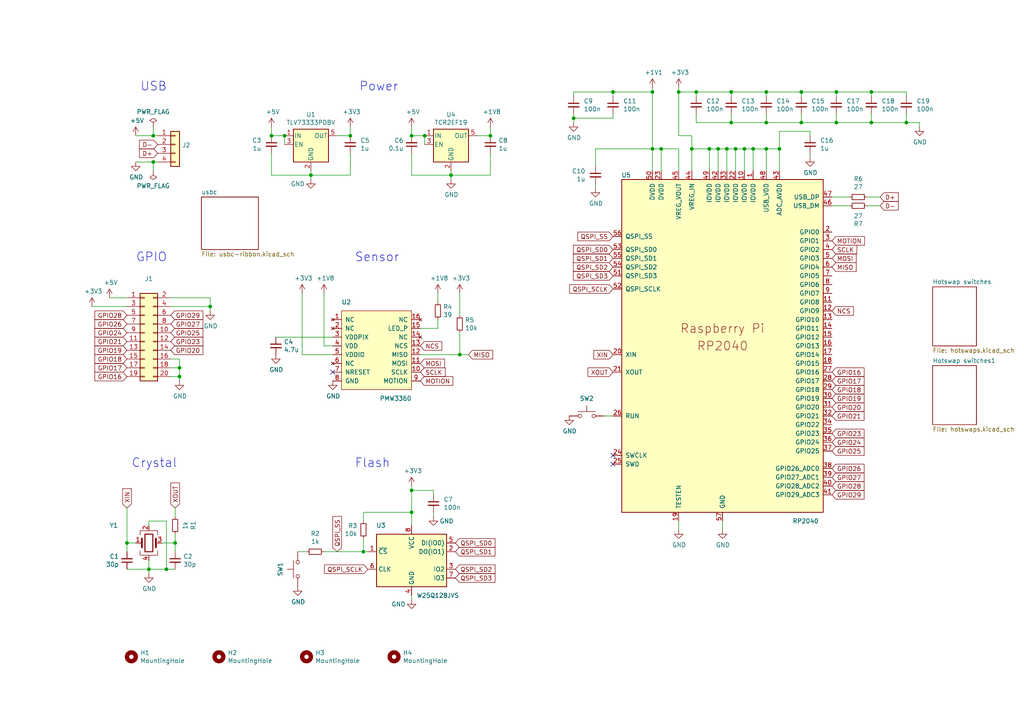
<source format=kicad_sch>
(kicad_sch (version 20230121) (generator eeschema)
  (paper "A4")
  (lib_symbols
    (symbol "Connector_Generic:Conn_01x04" (pin_names (offset 1.016) hide)
      (property "Reference" "J" (at 0 5.08 0))
      (property "Value" "Conn_01x04" (at 0 -7.62 0))
      (symbol "Conn_01x04_1_1"
        (rectangle (start -1.27 -4.953) (end 0 -5.207) (stroke (width 0.1524)))
        (rectangle (start -1.27 -2.413) (end 0 -2.667) (stroke (width 0.1524)))
        (rectangle (start -1.27 0.127) (end 0 -0.127) (stroke (width 0.1524)))
        (rectangle (start -1.27 2.667) (end 0 2.413) (stroke (width 0.1524)))
        (rectangle (start -1.27 3.81) (end 1.27 -6.35) (stroke (width 0.254)) (fill (type background)))
        (pin passive line (at -5.08 2.54 0) (length 3.81) (name "Pin_1") (number "1"))
        (pin passive line (at -5.08 0 0) (length 3.81) (name "Pin_2") (number "2"))
        (pin passive line (at -5.08 -2.54 0) (length 3.81) (name "Pin_3") (number "3"))
        (pin passive line (at -5.08 -5.08 0) (length 3.81) (name "Pin_4") (number "4"))
      )
    )
    (symbol "Connector_Generic:Conn_02x10_Odd_Even" (pin_names (offset 1.016) hide)
      (property "Reference" "J" (at 1.27 12.7 0))
      (property "Value" "Conn_02x10_Odd_Even" (at 1.27 -15.24 0))
      (symbol "Conn_02x10_Odd_Even_1_1"
        (rectangle (start -1.27 -12.573) (end 0 -12.827) (stroke (width 0.1524)))
        (rectangle (start -1.27 -10.033) (end 0 -10.287) (stroke (width 0.1524)))
        (rectangle (start -1.27 -7.493) (end 0 -7.747) (stroke (width 0.1524)))
        (rectangle (start -1.27 -4.953) (end 0 -5.207) (stroke (width 0.1524)))
        (rectangle (start -1.27 -2.413) (end 0 -2.667) (stroke (width 0.1524)))
        (rectangle (start -1.27 0.127) (end 0 -0.127) (stroke (width 0.1524)))
        (rectangle (start -1.27 2.667) (end 0 2.413) (stroke (width 0.1524)))
        (rectangle (start -1.27 5.207) (end 0 4.953) (stroke (width 0.1524)))
        (rectangle (start -1.27 7.747) (end 0 7.493) (stroke (width 0.1524)))
        (rectangle (start -1.27 10.287) (end 0 10.033) (stroke (width 0.1524)))
        (rectangle (start -1.27 11.43) (end 3.81 -13.97) (stroke (width 0.254)) (fill (type background)))
        (rectangle (start 3.81 -12.573) (end 2.54 -12.827) (stroke (width 0.1524)))
        (rectangle (start 3.81 -10.033) (end 2.54 -10.287) (stroke (width 0.1524)))
        (rectangle (start 3.81 -7.493) (end 2.54 -7.747) (stroke (width 0.1524)))
        (rectangle (start 3.81 -4.953) (end 2.54 -5.207) (stroke (width 0.1524)))
        (rectangle (start 3.81 -2.413) (end 2.54 -2.667) (stroke (width 0.1524)))
        (rectangle (start 3.81 0.127) (end 2.54 -0.127) (stroke (width 0.1524)))
        (rectangle (start 3.81 2.667) (end 2.54 2.413) (stroke (width 0.1524)))
        (rectangle (start 3.81 5.207) (end 2.54 4.953) (stroke (width 0.1524)))
        (rectangle (start 3.81 7.747) (end 2.54 7.493) (stroke (width 0.1524)))
        (rectangle (start 3.81 10.287) (end 2.54 10.033) (stroke (width 0.1524)))
        (pin passive line (at -5.08 10.16 0) (length 3.81) (name "Pin_1") (number "1"))
        (pin passive line (at 7.62 0 180) (length 3.81) (name "Pin_10") (number "10"))
        (pin passive line (at -5.08 -2.54 0) (length 3.81) (name "Pin_11") (number "11"))
        (pin passive line (at 7.62 -2.54 180) (length 3.81) (name "Pin_12") (number "12"))
        (pin passive line (at -5.08 -5.08 0) (length 3.81) (name "Pin_13") (number "13"))
        (pin passive line (at 7.62 -5.08 180) (length 3.81) (name "Pin_14") (number "14"))
        (pin passive line (at -5.08 -7.62 0) (length 3.81) (name "Pin_15") (number "15"))
        (pin passive line (at 7.62 -7.62 180) (length 3.81) (name "Pin_16") (number "16"))
        (pin passive line (at -5.08 -10.16 0) (length 3.81) (name "Pin_17") (number "17"))
        (pin passive line (at 7.62 -10.16 180) (length 3.81) (name "Pin_18") (number "18"))
        (pin passive line (at -5.08 -12.7 0) (length 3.81) (name "Pin_19") (number "19"))
        (pin passive line (at 7.62 10.16 180) (length 3.81) (name "Pin_2") (number "2"))
        (pin passive line (at 7.62 -12.7 180) (length 3.81) (name "Pin_20") (number "20"))
        (pin passive line (at -5.08 7.62 0) (length 3.81) (name "Pin_3") (number "3"))
        (pin passive line (at 7.62 7.62 180) (length 3.81) (name "Pin_4") (number "4"))
        (pin passive line (at -5.08 5.08 0) (length 3.81) (name "Pin_5") (number "5"))
        (pin passive line (at 7.62 5.08 180) (length 3.81) (name "Pin_6") (number "6"))
        (pin passive line (at -5.08 2.54 0) (length 3.81) (name "Pin_7") (number "7"))
        (pin passive line (at 7.62 2.54 180) (length 3.81) (name "Pin_8") (number "8"))
        (pin passive line (at -5.08 0 0) (length 3.81) (name "Pin_9") (number "9"))
      )
    )
    (symbol "Device:C_Small" (pin_numbers hide) (pin_names (offset 0.254) hide)
      (property "Reference" "C" (at 0.254 1.778 0))
      (property "Value" "C_Small" (at 0.254 -2.032 0))
      (symbol "C_Small_0_1"
        (polyline (pts (xy -1.524 -0.508) (xy 1.524 -0.508)) (stroke (width 0.3302)))
        (polyline (pts (xy -1.524 0.508) (xy 1.524 0.508)) (stroke (width 0.3048)))
      )
      (symbol "C_Small_1_1"
        (pin passive line (at 0 2.54 270) (length 2.032) (name "~") (number "1"))
        (pin passive line (at 0 -2.54 90) (length 2.032) (name "~") (number "2"))
      )
    )
    (symbol "Device:Crystal_GND24" (pin_names (offset 1.016) hide)
      (property "Reference" "Y" (at 3.175 5.08 0))
      (property "Value" "Crystal_GND24" (at 3.175 3.175 0))
      (symbol "Crystal_GND24_0_1"
        (rectangle (start -1.143 2.54) (end 1.143 -2.54) (stroke (width 0.3048)))
        (polyline (pts (xy -2.54 0) (xy -2.032 0)))
        (polyline (pts (xy -2.032 -1.27) (xy -2.032 1.27)) (stroke (width 0.508)))
        (polyline (pts (xy 0 -3.81) (xy 0 -3.556)))
        (polyline (pts (xy 0 3.556) (xy 0 3.81)))
        (polyline (pts (xy 2.032 -1.27) (xy 2.032 1.27)) (stroke (width 0.508)))
        (polyline (pts (xy 2.032 0) (xy 2.54 0)))
        (polyline (pts (xy -2.54 -2.286) (xy -2.54 -3.556) (xy 2.54 -3.556) (xy 2.54 -2.286)))
        (polyline (pts (xy -2.54 2.286) (xy -2.54 3.556) (xy 2.54 3.556) (xy 2.54 2.286)))
      )
      (symbol "Crystal_GND24_1_1"
        (pin passive line (at -3.81 0 0) (length 1.27) (name "1") (number "1"))
        (pin passive line (at 0 5.08 270) (length 1.27) (name "2") (number "2"))
        (pin passive line (at 3.81 0 180) (length 1.27) (name "3") (number "3"))
        (pin passive line (at 0 -5.08 90) (length 1.27) (name "4") (number "4"))
      )
    )
    (symbol "Device:R_Small" (pin_numbers hide) (pin_names (offset 0.254) hide)
      (property "Reference" "R" (at 0.762 0.508 0))
      (property "Value" "R_Small" (at 0.762 -1.016 0))
      (symbol "R_Small_0_1"
        (rectangle (start -0.762 1.778) (end 0.762 -1.778) (stroke (width 0.2032)))
      )
      (symbol "R_Small_1_1"
        (pin passive line (at 0 2.54 270) (length 0.762) (name "~") (number "1"))
        (pin passive line (at 0 -2.54 90) (length 0.762) (name "~") (number "2"))
      )
    )
    (symbol "PMW3360:PMW3360" (pin_names (offset 1.016))
      (property "Reference" "U" (at -10.16 15.24 0))
      (property "Value" "PMW3360" (at 10.16 -12.7 0))
      (symbol "PMW3360_0_0"
        (pin no_connect line (at -12.7 10.16 0) (length 2.54) (name "NC") (number "1"))
        (pin unspecified line (at 12.7 -5.08 180) (length 2.54) (name "SCLK") (number "10"))
        (pin unspecified line (at 12.7 -2.54 180) (length 2.54) (name "MOSI") (number "11"))
        (pin unspecified line (at 12.7 0 180) (length 2.54) (name "MISO") (number "12"))
        (pin unspecified line (at 12.7 2.54 180) (length 2.54) (name "NCS") (number "13"))
        (pin no_connect line (at 12.7 5.08 180) (length 2.54) (name "NC") (number "14"))
        (pin unspecified line (at 12.7 7.62 180) (length 2.54) (name "LED_P") (number "15"))
        (pin no_connect line (at 12.7 10.16 180) (length 2.54) (name "NC") (number "16"))
        (pin no_connect line (at -12.7 7.62 0) (length 2.54) (name "NC") (number "2"))
        (pin unspecified line (at -12.7 5.08 0) (length 2.54) (name "VDDPIX") (number "3"))
        (pin unspecified line (at -12.7 2.54 0) (length 2.54) (name "VDD") (number "4"))
        (pin unspecified line (at -12.7 0 0) (length 2.54) (name "VDDIO") (number "5"))
        (pin no_connect line (at -12.7 -2.54 0) (length 2.54) (name "NC") (number "6"))
        (pin unspecified line (at -12.7 -5.08 0) (length 2.54) (name "NRESET") (number "7"))
        (pin unspecified line (at -12.7 -7.62 0) (length 2.54) (name "GND") (number "8"))
        (pin unspecified line (at 12.7 -7.62 180) (length 2.54) (name "MOTION") (number "9"))
      )
      (symbol "PMW3360_0_1"
        (rectangle (start -10.16 12.7) (end 10.16 -10.16) (fill (type background)))
      )
    )
    (symbol "RP2040:RP2040" (pin_names (offset 1.016))
      (property "Reference" "U" (at -29.21 49.53 0))
      (property "Value" "RP2040" (at 24.13 -49.53 0))
      (symbol "RP2040_0_0"
        (text "Raspberry Pi" (at 0 5.08 0) (effects (font (size 2.54 2.54))))
        (text "RP2040" (at 0 0 0) (effects (font (size 2.54 2.54))))
      )
      (symbol "RP2040_0_1"
        (rectangle (start 29.21 48.26) (end -29.21 -48.26) (stroke (width 0.254)) (fill (type background)))
      )
      (symbol "RP2040_1_1"
        (pin power_in line (at 8.89 50.8 270) (length 2.54) (name "IOVDD") (number "1"))
        (pin power_in line (at 6.35 50.8 270) (length 2.54) (name "IOVDD") (number "10"))
        (pin bidirectional line (at 31.75 12.7 180) (length 2.54) (name "GPIO8") (number "11"))
        (pin bidirectional line (at 31.75 10.16 180) (length 2.54) (name "GPIO9") (number "12"))
        (pin bidirectional line (at 31.75 7.62 180) (length 2.54) (name "GPIO10") (number "13"))
        (pin bidirectional line (at 31.75 5.08 180) (length 2.54) (name "GPIO11") (number "14"))
        (pin bidirectional line (at 31.75 2.54 180) (length 2.54) (name "GPIO12") (number "15"))
        (pin bidirectional line (at 31.75 0 180) (length 2.54) (name "GPIO13") (number "16"))
        (pin bidirectional line (at 31.75 -2.54 180) (length 2.54) (name "GPIO14") (number "17"))
        (pin bidirectional line (at 31.75 -5.08 180) (length 2.54) (name "GPIO15") (number "18"))
        (pin passive line (at -12.7 -50.8 90) (length 2.54) (name "TESTEN") (number "19"))
        (pin bidirectional line (at 31.75 33.02 180) (length 2.54) (name "GPIO0") (number "2"))
        (pin input line (at -31.75 -2.54 0) (length 2.54) (name "XIN") (number "20"))
        (pin passive line (at -31.75 -7.62 0) (length 2.54) (name "XOUT") (number "21"))
        (pin power_in line (at 3.81 50.8 270) (length 2.54) (name "IOVDD") (number "22"))
        (pin power_in line (at -17.78 50.8 270) (length 2.54) (name "DVDD") (number "23"))
        (pin output line (at -31.75 -31.75 0) (length 2.54) (name "SWCLK") (number "24"))
        (pin bidirectional line (at -31.75 -34.29 0) (length 2.54) (name "SWD") (number "25"))
        (pin input line (at -31.75 -20.32 0) (length 2.54) (name "RUN") (number "26"))
        (pin bidirectional line (at 31.75 -7.62 180) (length 2.54) (name "GPIO16") (number "27"))
        (pin bidirectional line (at 31.75 -10.16 180) (length 2.54) (name "GPIO17") (number "28"))
        (pin bidirectional line (at 31.75 -12.7 180) (length 2.54) (name "GPIO18") (number "29"))
        (pin bidirectional line (at 31.75 30.48 180) (length 2.54) (name "GPIO1") (number "3"))
        (pin bidirectional line (at 31.75 -15.24 180) (length 2.54) (name "GPIO19") (number "30"))
        (pin bidirectional line (at 31.75 -17.78 180) (length 2.54) (name "GPIO20") (number "31"))
        (pin bidirectional line (at 31.75 -20.32 180) (length 2.54) (name "GPIO21") (number "32"))
        (pin power_in line (at 1.27 50.8 270) (length 2.54) (name "IOVDD") (number "33"))
        (pin bidirectional line (at 31.75 -22.86 180) (length 2.54) (name "GPIO22") (number "34"))
        (pin bidirectional line (at 31.75 -25.4 180) (length 2.54) (name "GPIO23") (number "35"))
        (pin bidirectional line (at 31.75 -27.94 180) (length 2.54) (name "GPIO24") (number "36"))
        (pin bidirectional line (at 31.75 -30.48 180) (length 2.54) (name "GPIO25") (number "37"))
        (pin bidirectional line (at 31.75 -35.56 180) (length 2.54) (name "GPIO26_ADC0") (number "38"))
        (pin bidirectional line (at 31.75 -38.1 180) (length 2.54) (name "GPIO27_ADC1") (number "39"))
        (pin bidirectional line (at 31.75 27.94 180) (length 2.54) (name "GPIO2") (number "4"))
        (pin bidirectional line (at 31.75 -40.64 180) (length 2.54) (name "GPIO28_ADC2") (number "40"))
        (pin bidirectional line (at 31.75 -43.18 180) (length 2.54) (name "GPIO29_ADC3") (number "41"))
        (pin power_in line (at -1.27 50.8 270) (length 2.54) (name "IOVDD") (number "42"))
        (pin power_in line (at 16.51 50.8 270) (length 2.54) (name "ADC_AVDD") (number "43"))
        (pin power_in line (at -8.89 50.8 270) (length 2.54) (name "VREG_IN") (number "44"))
        (pin power_out line (at -12.7 50.8 270) (length 2.54) (name "VREG_VOUT") (number "45"))
        (pin bidirectional line (at 31.75 40.64 180) (length 2.54) (name "USB_DM") (number "46"))
        (pin bidirectional line (at 31.75 43.18 180) (length 2.54) (name "USB_DP") (number "47"))
        (pin power_in line (at 12.7 50.8 270) (length 2.54) (name "USB_VDD") (number "48"))
        (pin power_in line (at -3.81 50.8 270) (length 2.54) (name "IOVDD") (number "49"))
        (pin bidirectional line (at 31.75 25.4 180) (length 2.54) (name "GPIO3") (number "5"))
        (pin power_in line (at -20.32 50.8 270) (length 2.54) (name "DVDD") (number "50"))
        (pin bidirectional line (at -31.75 20.32 0) (length 2.54) (name "QSPI_SD3") (number "51"))
        (pin output line (at -31.75 16.51 0) (length 2.54) (name "QSPI_SCLK") (number "52"))
        (pin bidirectional line (at -31.75 27.94 0) (length 2.54) (name "QSPI_SD0") (number "53"))
        (pin bidirectional line (at -31.75 22.86 0) (length 2.54) (name "QSPI_SD2") (number "54"))
        (pin bidirectional line (at -31.75 25.4 0) (length 2.54) (name "QSPI_SD1") (number "55"))
        (pin bidirectional line (at -31.75 31.75 0) (length 2.54) (name "QSPI_SS") (number "56"))
        (pin power_in line (at 0 -50.8 90) (length 2.54) (name "GND") (number "57"))
        (pin bidirectional line (at 31.75 22.86 180) (length 2.54) (name "GPIO4") (number "6"))
        (pin bidirectional line (at 31.75 20.32 180) (length 2.54) (name "GPIO5") (number "7"))
        (pin bidirectional line (at 31.75 17.78 180) (length 2.54) (name "GPIO6") (number "8"))
        (pin bidirectional line (at 31.75 15.24 180) (length 2.54) (name "GPIO7") (number "9"))
      )
    )
    (symbol "Regulator_Linear:TLV70218_SOT23-5" (pin_names (offset 0.254))
      (property "Reference" "U" (at -3.81 5.715 0))
      (property "Value" "TLV70218_SOT23-5" (at 0 5.715 0))
      (symbol "TLV70218_SOT23-5_0_1"
        (rectangle (start -5.08 4.445) (end 5.08 -5.08) (stroke (width 0.254)) (fill (type background)))
      )
      (symbol "TLV70218_SOT23-5_1_1"
        (pin power_in line (at -7.62 2.54 0) (length 2.54) (name "IN") (number "1"))
        (pin power_in line (at 0 -7.62 90) (length 2.54) (name "GND") (number "2"))
        (pin input line (at -7.62 0 0) (length 2.54) (name "EN") (number "3"))
        (pin no_connect line (at 5.08 0 180) (length 2.54) hide (name "NC") (number "4"))
        (pin power_out line (at 7.62 2.54 180) (length 2.54) (name "OUT") (number "5"))
      )
    )
    (symbol "Regulator_Linear:TLV73333PDBV" (pin_names (offset 0.254))
      (property "Reference" "U" (at -3.81 5.715 0))
      (property "Value" "TLV73333PDBV" (at 0 5.715 0))
      (symbol "TLV73333PDBV_0_1"
        (rectangle (start -5.08 4.445) (end 5.08 -5.08) (stroke (width 0.254)) (fill (type background)))
      )
      (symbol "TLV73333PDBV_1_1"
        (pin power_in line (at -7.62 2.54 0) (length 2.54) (name "IN") (number "1"))
        (pin power_in line (at 0 -7.62 90) (length 2.54) (name "GND") (number "2"))
        (pin input line (at -7.62 0 0) (length 2.54) (name "EN") (number "3"))
        (pin no_connect line (at 5.08 0 180) (length 2.54) hide (name "NC") (number "4"))
        (pin power_out line (at 7.62 2.54 180) (length 2.54) (name "OUT") (number "5"))
      )
    )
    (symbol "Trackball-rescue:+1V1-power" (power) (pin_names (offset 0))
      (property "Value" "+1V1-power" (at 0 3.556 0))
      (symbol "+1V1-power_0_1"
        (polyline (pts (xy -0.762 1.27) (xy 0 2.54)))
        (polyline (pts (xy 0 0) (xy 0 2.54)))
        (polyline (pts (xy 0 2.54) (xy 0.762 1.27)))
      )
      (symbol "+1V1-power_1_1"
        (pin power_in line (at 0 0 90) (length 0) hide (name "+1V1") (number "1"))
      )
    )
    (symbol "Trackball-rescue:+1V8-power" (power) (pin_names (offset 0))
      (property "Value" "+1V8-power" (at 0 3.556 0))
      (symbol "+1V8-power_0_1"
        (polyline (pts (xy -0.762 1.27) (xy 0 2.54)))
        (polyline (pts (xy 0 0) (xy 0 2.54)))
        (polyline (pts (xy 0 2.54) (xy 0.762 1.27)))
      )
      (symbol "+1V8-power_1_1"
        (pin power_in line (at 0 0 90) (length 0) hide (name "+1V8") (number "1"))
      )
    )
    (symbol "Trackball-rescue:+3V3-power" (power) (pin_names (offset 0))
      (property "Value" "+3V3-power" (at 0 3.556 0))
      (symbol "+3V3-power_0_1"
        (polyline (pts (xy -0.762 1.27) (xy 0 2.54)))
        (polyline (pts (xy 0 0) (xy 0 2.54)))
        (polyline (pts (xy 0 2.54) (xy 0.762 1.27)))
      )
      (symbol "+3V3-power_1_1"
        (pin power_in line (at 0 0 90) (length 0) hide (name "+3V3") (number "1"))
      )
    )
    (symbol "Trackball-rescue:+5V-power" (power) (pin_names (offset 0))
      (property "Value" "+5V-power" (at 0 3.556 0))
      (symbol "+5V-power_0_1"
        (polyline (pts (xy -0.762 1.27) (xy 0 2.54)))
        (polyline (pts (xy 0 0) (xy 0 2.54)))
        (polyline (pts (xy 0 2.54) (xy 0.762 1.27)))
      )
      (symbol "+5V-power_1_1"
        (pin power_in line (at 0 0 90) (length 0) hide (name "+5V") (number "1"))
      )
    )
    (symbol "Trackball-rescue:GND-power" (power) (pin_names (offset 0))
      (property "Value" "GND-power" (at 0 -3.81 0))
      (symbol "GND-power_0_1"
        (polyline (pts (xy 0 0) (xy 0 -1.27) (xy 1.27 -1.27) (xy 0 -2.54) (xy -1.27 -1.27) (xy 0 -1.27)))
      )
      (symbol "GND-power_1_1"
        (pin power_in line (at 0 0 270) (length 0) hide (name "GND") (number "1"))
      )
    )
    (symbol "Trackball-rescue:MountingHole-Mechanical" (pin_names (offset 1.016))
      (property "Reference" "H" (at 0 5.08 0))
      (property "Value" "Mechanical_MountingHole" (at 0 3.175 0))
      (symbol "MountingHole-Mechanical_0_1"
        (circle (center 0 0) (radius 1.27) (stroke (width 1.27)))
      )
    )
    (symbol "Trackball-rescue:PWR_FLAG-power" (power) (pin_numbers hide) (pin_names (offset 0) hide)
      (property "Value" "PWR_FLAG-power" (at 0 3.81 0))
      (symbol "PWR_FLAG-power_0_0"
        (pin power_out line (at 0 0 90) (length 0) (name "pwr") (number "1"))
      )
      (symbol "PWR_FLAG-power_0_1"
        (polyline (pts (xy 0 0) (xy 0 1.27) (xy -1.016 1.905) (xy 0 2.54) (xy 1.016 1.905) (xy 0 1.27)))
      )
    )
    (symbol "Trackball-rescue:SW_Push-Switch" (pin_numbers hide) (pin_names (offset 1.016) hide)
      (property "Reference" "SW" (at 1.27 2.54 0))
      (property "Value" "Switch_SW_Push" (at 0 -1.524 0))
      (symbol "SW_Push-Switch_0_1"
        (circle (center -2.032 0) (radius 0.508))
        (polyline (pts (xy 0 1.27) (xy 0 3.048)))
        (polyline (pts (xy 2.54 1.27) (xy -2.54 1.27)))
        (circle (center 2.032 0) (radius 0.508))
        (pin passive line (at -5.08 0 0) (length 2.54) (name "1") (number "1"))
        (pin passive line (at 5.08 0 180) (length 2.54) (name "2") (number "2"))
      )
    )
    (symbol "Trackball-rescue:W25Q128JVS-Memory_Flash"
      (property "Reference" "U" (at -8.89 8.89 0))
      (property "Value" "Memory_Flash_W25Q128JVS" (at 7.62 8.89 0))
      (symbol "W25Q128JVS-Memory_Flash_0_1"
        (rectangle (start -10.16 7.62) (end 10.16 -7.62) (stroke (width 0.254)) (fill (type background)))
      )
      (symbol "W25Q128JVS-Memory_Flash_1_1"
        (pin input line (at -12.7 2.54 0) (length 2.54) (name "~{CS}") (number "1"))
        (pin bidirectional line (at 12.7 2.54 180) (length 2.54) (name "DO(IO1)") (number "2"))
        (pin bidirectional line (at 12.7 -2.54 180) (length 2.54) (name "IO2") (number "3"))
        (pin power_in line (at 0 -10.16 90) (length 2.54) (name "GND") (number "4"))
        (pin bidirectional line (at 12.7 5.08 180) (length 2.54) (name "DI(IO0)") (number "5"))
        (pin input line (at -12.7 -2.54 0) (length 2.54) (name "CLK") (number "6"))
        (pin bidirectional line (at 12.7 -5.08 180) (length 2.54) (name "IO3") (number "7"))
        (pin power_in line (at 0 10.16 270) (length 2.54) (name "VCC") (number "8"))
      )
    )
  )
  (junction (at 142.24 39.37))
  (junction (at 48.26 165.1))
  (junction (at 213.36 43.18))
  (junction (at 191.77 43.18))
  (junction (at 44.45 46.99))
  (junction (at 210.82 43.18))
  (junction (at 232.41 26.67))
  (junction (at 90.17 50.8))
  (junction (at 226.06 43.18))
  (junction (at 252.73 35.56))
  (junction (at 36.83 157.48))
  (junction (at 200.66 43.18))
  (junction (at 222.25 35.56))
  (junction (at 252.73 26.67))
  (junction (at 208.28 43.18))
  (junction (at 242.57 26.67))
  (junction (at 222.25 26.67))
  (junction (at 44.45 39.37))
  (junction (at 205.74 43.18))
  (junction (at 215.9 43.18))
  (junction (at 242.57 35.56))
  (junction (at 43.18 165.1))
  (junction (at 50.8 157.48))
  (junction (at 201.93 26.67))
  (junction (at 52.07 106.68))
  (junction (at 196.85 26.67))
  (junction (at 130.81 50.8))
  (junction (at 262.89 35.56))
  (junction (at 82.55 39.37))
  (junction (at 101.6 39.37))
  (junction (at 212.09 35.56))
  (junction (at 218.44 43.18))
  (junction (at 189.23 26.67))
  (junction (at 52.07 109.22))
  (junction (at 212.09 26.67))
  (junction (at 78.74 39.37))
  (junction (at 177.8 26.67))
  (junction (at 119.38 148.59))
  (junction (at 119.38 39.37))
  (junction (at 189.23 43.18))
  (junction (at 105.41 160.02))
  (junction (at 119.38 142.24))
  (junction (at 222.25 43.18))
  (junction (at 232.41 35.56))
  (junction (at 166.37 34.29))
  (junction (at 133.35 102.87))
  (junction (at 60.96 88.9))
  (junction (at 123.19 39.37))
  (no_connect (at 177.8 132.08))
  (no_connect (at 96.52 107.95))
  (no_connect (at 177.8 134.62))
  (wire (pts (xy 196.85 43.18) (xy 196.85 49.53)))
  (wire (pts (xy 36.83 86.36) (xy 31.75 86.36)))
  (wire (pts (xy 212.09 27.94) (xy 212.09 26.67)))
  (wire (pts (xy 105.41 156.21) (xy 105.41 160.02)))
  (wire (pts (xy 36.83 157.48) (xy 36.83 160.02)))
  (wire (pts (xy 44.45 46.99) (xy 45.72 46.99)))
  (wire (pts (xy 39.37 46.99) (xy 44.45 46.99)))
  (wire (pts (xy 96.52 102.87) (xy 87.63 102.87)))
  (wire (pts (xy 130.81 50.8) (xy 130.81 52.07)))
  (wire (pts (xy 50.8 165.1) (xy 48.26 165.1)))
  (wire (pts (xy 205.74 49.53) (xy 205.74 43.18)))
  (wire (pts (xy 48.26 151.13) (xy 48.26 165.1)))
  (wire (pts (xy 262.89 35.56) (xy 266.7 35.56)))
  (wire (pts (xy 86.36 160.02) (xy 88.9 160.02)))
  (wire (pts (xy 166.37 34.29) (xy 177.8 34.29)))
  (wire (pts (xy 43.18 152.4) (xy 43.18 151.13)))
  (wire (pts (xy 209.55 151.13) (xy 209.55 153.67)))
  (wire (pts (xy 93.98 100.33) (xy 93.98 85.09)))
  (wire (pts (xy 36.83 165.1) (xy 43.18 165.1)))
  (wire (pts (xy 46.99 157.48) (xy 50.8 157.48)))
  (wire (pts (xy 189.23 25.4) (xy 189.23 26.67)))
  (wire (pts (xy 119.38 142.24) (xy 125.73 142.24)))
  (wire (pts (xy 36.83 88.9) (xy 26.67 88.9)))
  (wire (pts (xy 105.41 151.13) (xy 105.41 148.59)))
  (wire (pts (xy 87.63 102.87) (xy 87.63 85.09)))
  (wire (pts (xy 52.07 104.14) (xy 52.07 106.68)))
  (wire (pts (xy 105.41 148.59) (xy 119.38 148.59)))
  (wire (pts (xy 43.18 162.56) (xy 43.18 165.1)))
  (wire (pts (xy 127 95.25) (xy 127 92.71)))
  (wire (pts (xy 208.28 43.18) (xy 210.82 43.18)))
  (wire (pts (xy 130.81 49.53) (xy 130.81 50.8)))
  (wire (pts (xy 90.17 50.8) (xy 90.17 52.07)))
  (wire (pts (xy 215.9 49.53) (xy 215.9 43.18)))
  (wire (pts (xy 49.53 86.36) (xy 60.96 86.36)))
  (wire (pts (xy 78.74 39.37) (xy 82.55 39.37)))
  (wire (pts (xy 252.73 33.02) (xy 252.73 35.56)))
  (wire (pts (xy 205.74 43.18) (xy 208.28 43.18)))
  (wire (pts (xy 232.41 26.67) (xy 242.57 26.67)))
  (wire (pts (xy 251.46 57.15) (xy 255.27 57.15)))
  (wire (pts (xy 101.6 36.83) (xy 101.6 39.37)))
  (wire (pts (xy 127 87.63) (xy 127 85.09)))
  (wire (pts (xy 48.26 165.1) (xy 43.18 165.1)))
  (wire (pts (xy 215.9 43.18) (xy 218.44 43.18)))
  (wire (pts (xy 43.18 151.13) (xy 48.26 151.13)))
  (wire (pts (xy 200.66 39.37) (xy 196.85 39.37)))
  (wire (pts (xy 226.06 43.18) (xy 226.06 49.53)))
  (wire (pts (xy 201.93 27.94) (xy 201.93 26.67)))
  (wire (pts (xy 191.77 43.18) (xy 191.77 49.53)))
  (wire (pts (xy 200.66 43.18) (xy 200.66 39.37)))
  (wire (pts (xy 49.53 104.14) (xy 52.07 104.14)))
  (wire (pts (xy 93.98 160.02) (xy 105.41 160.02)))
  (wire (pts (xy 119.38 142.24) (xy 119.38 140.97)))
  (wire (pts (xy 133.35 85.09) (xy 133.35 91.44)))
  (wire (pts (xy 234.95 44.45) (xy 234.95 45.72)))
  (wire (pts (xy 78.74 50.8) (xy 90.17 50.8)))
  (wire (pts (xy 232.41 35.56) (xy 242.57 35.56)))
  (wire (pts (xy 210.82 43.18) (xy 213.36 43.18)))
  (wire (pts (xy 50.8 157.48) (xy 50.8 160.02)))
  (wire (pts (xy 60.96 86.36) (xy 60.96 88.9)))
  (wire (pts (xy 36.83 147.32) (xy 36.83 157.48)))
  (wire (pts (xy 242.57 26.67) (xy 252.73 26.67)))
  (wire (pts (xy 252.73 35.56) (xy 262.89 35.56)))
  (wire (pts (xy 119.38 39.37) (xy 123.19 39.37)))
  (wire (pts (xy 212.09 33.02) (xy 212.09 35.56)))
  (wire (pts (xy 196.85 39.37) (xy 196.85 26.67)))
  (wire (pts (xy 232.41 27.94) (xy 232.41 26.67)))
  (wire (pts (xy 191.77 43.18) (xy 196.85 43.18)))
  (wire (pts (xy 242.57 33.02) (xy 242.57 35.56)))
  (wire (pts (xy 212.09 26.67) (xy 222.25 26.67)))
  (wire (pts (xy 90.17 49.53) (xy 90.17 50.8)))
  (wire (pts (xy 222.25 43.18) (xy 226.06 43.18)))
  (wire (pts (xy 172.72 48.26) (xy 172.72 43.18)))
  (wire (pts (xy 43.18 165.1) (xy 43.18 166.37)))
  (wire (pts (xy 212.09 35.56) (xy 201.93 35.56)))
  (wire (pts (xy 119.38 148.59) (xy 119.38 152.4)))
  (wire (pts (xy 52.07 106.68) (xy 52.07 109.22)))
  (wire (pts (xy 241.3 57.15) (xy 246.38 57.15)))
  (wire (pts (xy 49.53 88.9) (xy 60.96 88.9)))
  (wire (pts (xy 142.24 44.45) (xy 142.24 50.8)))
  (wire (pts (xy 166.37 27.94) (xy 166.37 26.67)))
  (wire (pts (xy 251.46 59.69) (xy 255.27 59.69)))
  (wire (pts (xy 222.25 33.02) (xy 222.25 35.56)))
  (wire (pts (xy 189.23 43.18) (xy 191.77 43.18)))
  (wire (pts (xy 213.36 49.53) (xy 213.36 43.18)))
  (wire (pts (xy 119.38 172.72) (xy 119.38 173.99)))
  (wire (pts (xy 78.74 36.83) (xy 78.74 39.37)))
  (wire (pts (xy 119.38 148.59) (xy 119.38 142.24)))
  (wire (pts (xy 119.38 50.8) (xy 130.81 50.8)))
  (wire (pts (xy 119.38 36.83) (xy 119.38 39.37)))
  (wire (pts (xy 200.66 49.53) (xy 200.66 43.18)))
  (wire (pts (xy 172.72 43.18) (xy 189.23 43.18)))
  (wire (pts (xy 196.85 25.4) (xy 196.85 26.67)))
  (wire (pts (xy 222.25 27.94) (xy 222.25 26.67)))
  (wire (pts (xy 50.8 149.86) (xy 50.8 147.32)))
  (wire (pts (xy 177.8 34.29) (xy 177.8 33.02)))
  (wire (pts (xy 133.35 96.52) (xy 133.35 102.87)))
  (wire (pts (xy 266.7 35.56) (xy 266.7 36.83)))
  (wire (pts (xy 49.53 109.22) (xy 52.07 109.22)))
  (wire (pts (xy 252.73 26.67) (xy 262.89 26.67)))
  (wire (pts (xy 196.85 151.13) (xy 196.85 153.67)))
  (wire (pts (xy 222.25 26.67) (xy 232.41 26.67)))
  (wire (pts (xy 119.38 44.45) (xy 119.38 50.8)))
  (wire (pts (xy 142.24 50.8) (xy 130.81 50.8)))
  (wire (pts (xy 78.74 44.45) (xy 78.74 50.8)))
  (wire (pts (xy 166.37 26.67) (xy 177.8 26.67)))
  (wire (pts (xy 262.89 33.02) (xy 262.89 35.56)))
  (wire (pts (xy 52.07 109.22) (xy 52.07 110.49)))
  (wire (pts (xy 189.23 26.67) (xy 189.23 43.18)))
  (wire (pts (xy 241.3 59.69) (xy 246.38 59.69)))
  (wire (pts (xy 44.45 39.37) (xy 45.72 39.37)))
  (wire (pts (xy 218.44 49.53) (xy 218.44 43.18)))
  (wire (pts (xy 175.26 120.65) (xy 177.8 120.65)))
  (wire (pts (xy 226.06 38.1) (xy 226.06 43.18)))
  (wire (pts (xy 80.01 97.79) (xy 96.52 97.79)))
  (wire (pts (xy 49.53 106.68) (xy 52.07 106.68)))
  (wire (pts (xy 208.28 49.53) (xy 208.28 43.18)))
  (wire (pts (xy 232.41 33.02) (xy 232.41 35.56)))
  (wire (pts (xy 234.95 39.37) (xy 234.95 38.1)))
  (wire (pts (xy 177.8 26.67) (xy 189.23 26.67)))
  (wire (pts (xy 125.73 142.24) (xy 125.73 143.51)))
  (wire (pts (xy 218.44 43.18) (xy 222.25 43.18)))
  (wire (pts (xy 133.35 102.87) (xy 135.89 102.87)))
  (wire (pts (xy 262.89 27.94) (xy 262.89 26.67)))
  (wire (pts (xy 125.73 148.59) (xy 125.73 149.86)))
  (wire (pts (xy 82.55 41.91) (xy 82.55 39.37)))
  (wire (pts (xy 123.19 41.91) (xy 123.19 39.37)))
  (wire (pts (xy 177.8 27.94) (xy 177.8 26.67)))
  (wire (pts (xy 142.24 36.83) (xy 142.24 39.37)))
  (wire (pts (xy 121.92 95.25) (xy 127 95.25)))
  (wire (pts (xy 226.06 38.1) (xy 234.95 38.1)))
  (wire (pts (xy 97.79 39.37) (xy 101.6 39.37)))
  (wire (pts (xy 44.45 49.53) (xy 44.45 46.99)))
  (wire (pts (xy 39.37 157.48) (xy 36.83 157.48)))
  (wire (pts (xy 242.57 35.56) (xy 252.73 35.56)))
  (wire (pts (xy 189.23 43.18) (xy 189.23 49.53)))
  (wire (pts (xy 222.25 35.56) (xy 232.41 35.56)))
  (wire (pts (xy 213.36 43.18) (xy 215.9 43.18)))
  (wire (pts (xy 201.93 33.02) (xy 201.93 35.56)))
  (wire (pts (xy 196.85 26.67) (xy 201.93 26.67)))
  (wire (pts (xy 212.09 35.56) (xy 222.25 35.56)))
  (wire (pts (xy 200.66 43.18) (xy 205.74 43.18)))
  (wire (pts (xy 166.37 34.29) (xy 166.37 35.56)))
  (wire (pts (xy 105.41 160.02) (xy 106.68 160.02)))
  (wire (pts (xy 210.82 49.53) (xy 210.82 43.18)))
  (wire (pts (xy 242.57 27.94) (xy 242.57 26.67)))
  (wire (pts (xy 222.25 49.53) (xy 222.25 43.18)))
  (wire (pts (xy 101.6 44.45) (xy 101.6 50.8)))
  (wire (pts (xy 50.8 157.48) (xy 50.8 154.94)))
  (wire (pts (xy 166.37 33.02) (xy 166.37 34.29)))
  (wire (pts (xy 172.72 53.34) (xy 172.72 54.61)))
  (wire (pts (xy 138.43 39.37) (xy 142.24 39.37)))
  (wire (pts (xy 121.92 102.87) (xy 133.35 102.87)))
  (wire (pts (xy 252.73 27.94) (xy 252.73 26.67)))
  (wire (pts (xy 96.52 100.33) (xy 93.98 100.33)))
  (wire (pts (xy 39.37 39.37) (xy 44.45 39.37)))
  (wire (pts (xy 44.45 36.83) (xy 44.45 39.37)))
  (wire (pts (xy 60.96 88.9) (xy 60.96 90.17)))
  (wire (pts (xy 101.6 50.8) (xy 90.17 50.8)))
  (wire (pts (xy 201.93 26.67) (xy 212.09 26.67)))
  (text "Flash" (at 102.87 135.89 0) (effects (font (size 2.54 2.54)) (justify left bottom)))
  (text "Crystal" (at 38.1 135.89 0) (effects (font (size 2.54 2.54)) (justify left bottom)))
  (text "Power" (at 104.14 26.67 0) (effects (font (size 2.54 2.54)) (justify left bottom)))
  (text "USB" (at 40.64 26.67 0) (effects (font (size 2.54 2.54)) (justify left bottom)))
  (text "Sensor" (at 102.87 76.2 0) (effects (font (size 2.54 2.54)) (justify left bottom)))
  (text "GPIO" (at 39.37 76.2 0) (effects (font (size 2.54 2.54)) (justify left bottom)))
  (global_label "GPIO20" (shape input) (at 49.53 101.6 0) (property "Intersheetrefs" "${INTERSHEET_REFS}" (effects hide)))
  (global_label "GPIO23" (shape input) (at 241.3 125.73 0) (property "Intersheetrefs" "${INTERSHEET_REFS}" (effects hide)))
  (global_label "QSPI_SD2" (shape input) (at 177.8 77.47 180) (property "Intersheetrefs" "${INTERSHEET_REFS}" (effects hide)))
  (global_label "GPIO25" (shape input) (at 49.53 96.52 0) (property "Intersheetrefs" "${INTERSHEET_REFS}" (effects hide)))
  (global_label "GPIO17" (shape input) (at 36.83 106.68 180) (property "Intersheetrefs" "${INTERSHEET_REFS}" (effects hide)))
  (global_label "SCLK" (shape input) (at 241.3 72.39 0) (property "Intersheetrefs" "${INTERSHEET_REFS}" (effects hide)))
  (global_label "MOTION" (shape input) (at 241.3 69.85 0) (property "Intersheetrefs" "${INTERSHEET_REFS}" (effects hide)))
  (global_label "GPIO23" (shape input) (at 49.53 99.06 0) (property "Intersheetrefs" "${INTERSHEET_REFS}" (effects hide)))
  (global_label "SCLK" (shape input) (at 121.92 107.95 0) (property "Intersheetrefs" "${INTERSHEET_REFS}" (effects hide)))
  (global_label "GPIO20" (shape input) (at 241.3 118.11 0) (property "Intersheetrefs" "${INTERSHEET_REFS}" (effects hide)))
  (global_label "GPIO24" (shape input) (at 36.83 96.52 180) (property "Intersheetrefs" "${INTERSHEET_REFS}" (effects hide)))
  (global_label "GPIO19" (shape input) (at 241.3 115.57 0) (property "Intersheetrefs" "${INTERSHEET_REFS}" (effects hide)))
  (global_label "QSPI_SD1" (shape input) (at 177.8 74.93 180) (property "Intersheetrefs" "${INTERSHEET_REFS}" (effects hide)))
  (global_label "XOUT" (shape input) (at 50.8 147.32 90) (property "Intersheetrefs" "${INTERSHEET_REFS}" (effects hide)))
  (global_label "GPIO18" (shape input) (at 241.3 113.03 0) (property "Intersheetrefs" "${INTERSHEET_REFS}" (effects hide)))
  (global_label "QSPI_SS" (shape input) (at 177.8 68.58 180) (property "Intersheetrefs" "${INTERSHEET_REFS}" (effects hide)))
  (global_label "GPIO28" (shape input) (at 36.83 91.44 180) (property "Intersheetrefs" "${INTERSHEET_REFS}" (effects hide)))
  (global_label "NCS" (shape input) (at 241.3 90.17 0) (property "Intersheetrefs" "${INTERSHEET_REFS}" (effects hide)))
  (global_label "XOUT" (shape input) (at 177.8 107.95 180) (property "Intersheetrefs" "${INTERSHEET_REFS}" (effects hide)))
  (global_label "GPIO19" (shape input) (at 36.83 101.6 180) (property "Intersheetrefs" "${INTERSHEET_REFS}" (effects hide)))
  (global_label "QSPI_SCLK" (shape input) (at 106.68 165.1 180) (property "Intersheetrefs" "${INTERSHEET_REFS}" (effects hide)))
  (global_label "GPIO26" (shape input) (at 36.83 93.98 180) (property "Intersheetrefs" "${INTERSHEET_REFS}" (effects hide)))
  (global_label "MOSI" (shape input) (at 241.3 74.93 0) (property "Intersheetrefs" "${INTERSHEET_REFS}" (effects hide)))
  (global_label "MISO" (shape input) (at 241.3 77.47 0) (property "Intersheetrefs" "${INTERSHEET_REFS}" (effects hide)))
  (global_label "QSPI_SD3" (shape input) (at 132.08 167.64 0) (property "Intersheetrefs" "${INTERSHEET_REFS}" (effects hide)))
  (global_label "QSPI_SS" (shape input) (at 97.79 160.02 90) (property "Intersheetrefs" "${INTERSHEET_REFS}" (effects hide)))
  (global_label "GPIO29" (shape input) (at 241.3 143.51 0) (property "Intersheetrefs" "${INTERSHEET_REFS}" (effects hide)))
  (global_label "D-" (shape input) (at 255.27 59.69 0) (property "Intersheetrefs" "${INTERSHEET_REFS}" (effects hide)))
  (global_label "GPIO16" (shape input) (at 36.83 109.22 180) (property "Intersheetrefs" "${INTERSHEET_REFS}" (effects hide)))
  (global_label "GPIO18" (shape input) (at 36.83 104.14 180) (property "Intersheetrefs" "${INTERSHEET_REFS}" (effects hide)))
  (global_label "GPIO17" (shape input) (at 241.3 110.49 0) (property "Intersheetrefs" "${INTERSHEET_REFS}" (effects hide)))
  (global_label "GPIO27" (shape input) (at 49.53 93.98 0) (property "Intersheetrefs" "${INTERSHEET_REFS}" (effects hide)))
  (global_label "NCS" (shape input) (at 121.92 100.33 0) (property "Intersheetrefs" "${INTERSHEET_REFS}" (effects hide)))
  (global_label "GPIO21" (shape input) (at 241.3 120.65 0) (property "Intersheetrefs" "${INTERSHEET_REFS}" (effects hide)))
  (global_label "GPIO21" (shape input) (at 36.83 99.06 180) (property "Intersheetrefs" "${INTERSHEET_REFS}" (effects hide)))
  (global_label "QSPI_SD2" (shape input) (at 132.08 165.1 0) (property "Intersheetrefs" "${INTERSHEET_REFS}" (effects hide)))
  (global_label "D-" (shape input) (at 45.72 41.91 180) (property "Intersheetrefs" "${INTERSHEET_REFS}" (effects hide)))
  (global_label "QSPI_SCLK" (shape input) (at 177.8 83.82 180) (property "Intersheetrefs" "${INTERSHEET_REFS}" (effects hide)))
  (global_label "XIN" (shape input) (at 36.83 147.32 90) (property "Intersheetrefs" "${INTERSHEET_REFS}" (effects hide)))
  (global_label "QSPI_SD0" (shape input) (at 132.08 157.48 0) (property "Intersheetrefs" "${INTERSHEET_REFS}" (effects hide)))
  (global_label "QSPI_SD1" (shape input) (at 132.08 160.02 0) (property "Intersheetrefs" "${INTERSHEET_REFS}" (effects hide)))
  (global_label "GPIO28" (shape input) (at 241.3 140.97 0) (property "Intersheetrefs" "${INTERSHEET_REFS}" (effects hide)))
  (global_label "D+" (shape input) (at 45.72 44.45 180) (property "Intersheetrefs" "${INTERSHEET_REFS}" (effects hide)))
  (global_label "D+" (shape input) (at 255.27 57.15 0) (property "Intersheetrefs" "${INTERSHEET_REFS}" (effects hide)))
  (global_label "GPIO27" (shape input) (at 241.3 138.43 0) (property "Intersheetrefs" "${INTERSHEET_REFS}" (effects hide)))
  (global_label "GPIO26" (shape input) (at 241.3 135.89 0) (property "Intersheetrefs" "${INTERSHEET_REFS}" (effects hide)))
  (global_label "XIN" (shape input) (at 177.8 102.87 180) (property "Intersheetrefs" "${INTERSHEET_REFS}" (effects hide)))
  (global_label "GPIO24" (shape input) (at 241.3 128.27 0) (property "Intersheetrefs" "${INTERSHEET_REFS}" (effects hide)))
  (global_label "QSPI_SD3" (shape input) (at 177.8 80.01 180) (property "Intersheetrefs" "${INTERSHEET_REFS}" (effects hide)))
  (global_label "GPIO25" (shape input) (at 241.3 130.81 0) (property "Intersheetrefs" "${INTERSHEET_REFS}" (effects hide)))
  (global_label "GPIO16" (shape input) (at 241.3 107.95 0) (property "Intersheetrefs" "${INTERSHEET_REFS}" (effects hide)))
  (global_label "MOSI" (shape input) (at 121.92 105.41 0) (property "Intersheetrefs" "${INTERSHEET_REFS}" (effects hide)))
  (global_label "GPIO29" (shape input) (at 49.53 91.44 0) (property "Intersheetrefs" "${INTERSHEET_REFS}" (effects hide)))
  (global_label "MISO" (shape input) (at 135.89 102.87 0) (property "Intersheetrefs" "${INTERSHEET_REFS}" (effects hide)))
  (global_label "MOTION" (shape input) (at 121.92 110.49 0) (property "Intersheetrefs" "${INTERSHEET_REFS}" (effects hide)))
  (global_label "QSPI_SD0" (shape input) (at 177.8 72.39 180) (property "Intersheetrefs" "${INTERSHEET_REFS}" (effects hide)))
  (symbol (lib_id "RP2040:RP2040") (at 209.55 100.33 0) (unit 1)
    (property "Reference" "U5" (at 181.61 50.8 0))
    (property "Value" "RP2040" (at 233.68 151.13 0))
    (property "Footprint" "RP2040:RP2040-QFN-56" (effects hide))
    (property "LCSC" "C2040" (effects hide))
  )
  (symbol (lib_id "Trackball-rescue:W25Q128JVS-Memory_Flash") (at 119.38 162.56 0) (unit 1)
    (property "Reference" "U3" (at 110.49 152.4 0))
    (property "Value" "W25Q128JVS" (at 127 172.72 0))
    (property "Footprint" "Package_SO:SOIC-8_5.23x5.23mm_P1.27mm" (effects hide))
    (property "Datasheet" "http://www.winbond.com/resource-files/w25q128jv_dtr%20revc%2003272018%20plus.pdf" (effects hide))
    (property "LCSC" "C97521" (effects hide))
  )
  (symbol (lib_id "Trackball-rescue:+3V3-power") (at 119.38 140.97 0) (unit 1)
    (property "Reference" "#PWR017" (effects hide))
    (property "Value" "+3V3" (at 119.761 136.5758 0))
  )
  (symbol (lib_id "Trackball-rescue:GND-power") (at 119.38 173.99 0) (unit 1)
    (property "Reference" "#PWR018" (effects hide))
    (property "Value" "GND" (at 115.57 175.26 0))
  )
  (symbol (lib_id "Device:R_Small") (at 105.41 153.67 0) (mirror y) (unit 1)
    (property "Reference" "R3" (at 103.632 152.5016 0) (effects (justify left)))
    (property "Value" "10k" (at 103.632 154.813 0) (effects (justify left)))
    (property "Footprint" "Resistor_SMD:R_0402_1005Metric" (effects hide))
    (property "LCSC" "C25744" (effects hide))
  )
  (symbol (lib_id "Device:R_Small") (at 91.44 160.02 270) (unit 1)
    (property "Reference" "R2" (at 91.44 154.7622 90))
    (property "Value" "1k" (at 91.44 157.0736 90))
    (property "Footprint" "Resistor_SMD:R_0402_1005Metric" (effects hide))
    (property "LCSC" "C11702" (effects hide))
  )
  (symbol (lib_id "Device:C_Small") (at 125.73 146.05 0) (unit 1)
    (property "Reference" "C7" (at 128.651 144.8816 0) (effects (justify left)))
    (property "Value" "100n" (at 128.651 147.193 0) (effects (justify left)))
    (property "Footprint" "Capacitor_SMD:C_0402_1005Metric" (effects hide))
    (property "LCSC" "C1525" (effects hide))
  )
  (symbol (lib_id "Trackball-rescue:GND-power") (at 125.73 149.86 0) (unit 1)
    (property "Reference" "#PWR019" (effects hide))
    (property "Value" "GND" (at 129.54 151.13 0))
  )
  (symbol (lib_id "Trackball-rescue:GND-power") (at 209.55 153.67 0) (unit 1)
    (property "Reference" "#PWR030" (effects hide))
    (property "Value" "GND" (at 209.677 158.0642 0))
  )
  (symbol (lib_id "Trackball-rescue:GND-power") (at 196.85 153.67 0) (unit 1)
    (property "Reference" "#PWR029" (effects hide))
    (property "Value" "GND" (at 196.977 158.0642 0))
  )
  (symbol (lib_id "Device:R_Small") (at 248.92 57.15 270) (unit 1)
    (property "Reference" "R6" (at 248.92 51.8922 90))
    (property "Value" "27" (at 248.92 54.2036 90))
    (property "Footprint" "Resistor_SMD:R_0402_1005Metric" (effects hide))
    (property "LCSC" "C138021" (effects hide))
  )
  (symbol (lib_id "Device:R_Small") (at 248.92 59.69 270) (mirror x) (unit 1)
    (property "Reference" "R7" (at 248.92 64.9478 90))
    (property "Value" "27" (at 248.92 62.6364 90))
    (property "Footprint" "Resistor_SMD:R_0402_1005Metric" (effects hide))
    (property "LCSC" "C138021" (effects hide))
  )
  (symbol (lib_id "Trackball-rescue:+3V3-power") (at 196.85 25.4 0) (unit 1)
    (property "Reference" "#PWR028" (effects hide))
    (property "Value" "+3V3" (at 197.231 21.0058 0))
  )
  (symbol (lib_id "Trackball-rescue:+1V1-power") (at 189.23 25.4 0) (unit 1)
    (property "Reference" "#PWR027" (effects hide))
    (property "Value" "+1V1" (at 189.611 21.0058 0))
  )
  (symbol (lib_id "Device:C_Small") (at 201.93 30.48 0) (unit 1)
    (property "Reference" "C12" (at 204.851 29.3116 0) (effects (justify left)))
    (property "Value" "100n" (at 204.851 31.623 0) (effects (justify left)))
    (property "Footprint" "Capacitor_SMD:C_0402_1005Metric" (effects hide))
    (property "LCSC" "C1525" (effects hide))
  )
  (symbol (lib_id "Device:C_Small") (at 212.09 30.48 0) (unit 1)
    (property "Reference" "C13" (at 215.011 29.3116 0) (effects (justify left)))
    (property "Value" "100n" (at 215.011 31.623 0) (effects (justify left)))
    (property "Footprint" "Capacitor_SMD:C_0402_1005Metric" (effects hide))
    (property "LCSC" "C1525" (effects hide))
  )
  (symbol (lib_id "Device:C_Small") (at 222.25 30.48 0) (unit 1)
    (property "Reference" "C14" (at 225.171 29.3116 0) (effects (justify left)))
    (property "Value" "100n" (at 225.171 31.623 0) (effects (justify left)))
    (property "Footprint" "Capacitor_SMD:C_0402_1005Metric" (effects hide))
    (property "LCSC" "C1525" (effects hide))
  )
  (symbol (lib_id "Device:C_Small") (at 232.41 30.48 0) (unit 1)
    (property "Reference" "C15" (at 235.331 29.3116 0) (effects (justify left)))
    (property "Value" "100n" (at 235.331 31.623 0) (effects (justify left)))
    (property "Footprint" "Capacitor_SMD:C_0402_1005Metric" (effects hide))
    (property "LCSC" "C1525" (effects hide))
  )
  (symbol (lib_id "Device:C_Small") (at 242.57 30.48 0) (unit 1)
    (property "Reference" "C17" (at 245.491 29.3116 0) (effects (justify left)))
    (property "Value" "100n" (at 245.491 31.623 0) (effects (justify left)))
    (property "Footprint" "Capacitor_SMD:C_0402_1005Metric" (effects hide))
    (property "LCSC" "C1525" (effects hide))
  )
  (symbol (lib_id "Device:C_Small") (at 252.73 30.48 0) (unit 1)
    (property "Reference" "C18" (at 255.651 29.3116 0) (effects (justify left)))
    (property "Value" "100n" (at 255.651 31.623 0) (effects (justify left)))
    (property "Footprint" "Capacitor_SMD:C_0402_1005Metric" (effects hide))
    (property "LCSC" "C1525" (effects hide))
  )
  (symbol (lib_id "Device:C_Small") (at 262.89 30.48 0) (unit 1)
    (property "Reference" "C19" (at 265.811 29.3116 0) (effects (justify left)))
    (property "Value" "100n" (at 265.811 31.623 0) (effects (justify left)))
    (property "Footprint" "Capacitor_SMD:C_0402_1005Metric" (effects hide))
    (property "LCSC" "C1525" (effects hide))
  )
  (symbol (lib_id "Device:C_Small") (at 166.37 30.48 0) (unit 1)
    (property "Reference" "C9" (at 169.291 29.3116 0) (effects (justify left)))
    (property "Value" "100n" (at 169.291 31.623 0) (effects (justify left)))
    (property "Footprint" "Capacitor_SMD:C_0402_1005Metric" (effects hide))
    (property "LCSC" "C1525" (effects hide))
  )
  (symbol (lib_id "Device:C_Small") (at 177.8 30.48 0) (unit 1)
    (property "Reference" "C11" (at 180.721 29.3116 0) (effects (justify left)))
    (property "Value" "100n" (at 180.721 31.623 0) (effects (justify left)))
    (property "Footprint" "Capacitor_SMD:C_0402_1005Metric" (effects hide))
    (property "LCSC" "C1525" (effects hide))
  )
  (symbol (lib_id "Device:C_Small") (at 172.72 50.8 0) (mirror y) (unit 1)
    (property "Reference" "C10" (at 169.799 49.6316 0) (effects (justify left)))
    (property "Value" "1u" (at 169.799 51.943 0) (effects (justify left)))
    (property "Footprint" "Capacitor_SMD:C_0402_1005Metric" (effects hide))
    (property "LCSC" "C52923" (effects hide))
  )
  (symbol (lib_id "Device:C_Small") (at 234.95 41.91 0) (unit 1)
    (property "Reference" "C16" (at 237.871 40.7416 0) (effects (justify left)))
    (property "Value" "1u" (at 237.871 43.053 0) (effects (justify left)))
    (property "Footprint" "Capacitor_SMD:C_0402_1005Metric" (effects hide))
    (property "LCSC" "C52923" (effects hide))
  )
  (symbol (lib_id "Trackball-rescue:GND-power") (at 266.7 36.83 0) (unit 1)
    (property "Reference" "#PWR032" (effects hide))
    (property "Value" "GND" (at 266.827 41.2242 0))
  )
  (symbol (lib_id "Trackball-rescue:GND-power") (at 166.37 35.56 0) (unit 1)
    (property "Reference" "#PWR025" (effects hide))
    (property "Value" "GND" (at 166.497 39.9542 0))
  )
  (symbol (lib_id "Trackball-rescue:GND-power") (at 172.72 54.61 0) (unit 1)
    (property "Reference" "#PWR026" (effects hide))
    (property "Value" "GND" (at 172.847 59.0042 0))
  )
  (symbol (lib_id "Trackball-rescue:GND-power") (at 234.95 45.72 0) (unit 1)
    (property "Reference" "#PWR031" (effects hide))
    (property "Value" "GND" (at 235.077 50.1142 0))
  )
  (symbol (lib_id "Trackball-rescue:GND-power") (at 90.17 52.07 0) (unit 1)
    (property "Reference" "#PWR012" (effects hide))
    (property "Value" "GND" (at 86.36 53.34 0))
  )
  (symbol (lib_id "Trackball-rescue:+3V3-power") (at 101.6 36.83 0) (unit 1)
    (property "Reference" "#PWR015" (effects hide))
    (property "Value" "+3V3" (at 101.981 32.4358 0))
  )
  (symbol (lib_id "Device:C_Small") (at 78.74 41.91 0) (mirror y) (unit 1)
    (property "Reference" "C3" (at 75.819 40.7416 0) (effects (justify left)))
    (property "Value" "1u" (at 75.819 43.053 0) (effects (justify left)))
    (property "Footprint" "Capacitor_SMD:C_0402_1005Metric" (effects hide))
    (property "LCSC" "C52923" (effects hide))
  )
  (symbol (lib_id "Device:C_Small") (at 101.6 41.91 0) (unit 1)
    (property "Reference" "C5" (at 104.521 40.7416 0) (effects (justify left)))
    (property "Value" "1u" (at 104.521 43.053 0) (effects (justify left)))
    (property "Footprint" "Capacitor_SMD:C_0402_1005Metric" (effects hide))
    (property "LCSC" "C52923" (effects hide))
  )
  (symbol (lib_id "Device:R_Small") (at 50.8 152.4 180) (unit 1)
    (property "Reference" "R1" (at 56.0578 152.4 90))
    (property "Value" "1k" (at 53.7464 152.4 90))
    (property "Footprint" "Resistor_SMD:R_0402_1005Metric" (effects hide))
    (property "LCSC" "C11702" (effects hide))
  )
  (symbol (lib_id "Trackball-rescue:GND-power") (at 86.36 170.18 0) (unit 1)
    (property "Reference" "#PWR010" (effects hide))
    (property "Value" "GND" (at 86.487 174.5742 0))
  )
  (symbol (lib_id "Trackball-rescue:+5V-power") (at 39.37 39.37 0) (unit 1)
    (property "Reference" "#PWR03" (effects hide))
    (property "Value" "+5V" (at 39.751 34.9758 0))
  )
  (symbol (lib_id "Trackball-rescue:GND-power") (at 39.37 46.99 0) (unit 1)
    (property "Reference" "#PWR04" (effects hide))
    (property "Value" "GND" (at 39.497 51.3842 0))
  )
  (symbol (lib_id "PMW3360:PMW3360") (at 109.22 102.87 0) (unit 1)
    (property "Reference" "U2" (at 99.06 87.63 0) (effects (justify left)))
    (property "Value" "PMW3360" (at 119.38 115.57 0) (effects (justify right)))
    (property "Footprint" "PMW3360:PMW3360" (effects hide))
  )
  (symbol (lib_id "Regulator_Linear:TLV70218_SOT23-5") (at 130.81 41.91 0) (unit 1)
    (property "Reference" "U4" (at 130.81 33.2232 0))
    (property "Value" "TCR2EF19" (at 130.81 35.5346 0))
    (property "Footprint" "Package_TO_SOT_SMD:SOT-23-5" (effects hide))
    (property "LCSC" "C146366" (effects hide))
  )
  (symbol (lib_id "Device:C_Small") (at 142.24 41.91 0) (unit 1)
    (property "Reference" "C8" (at 144.5768 40.7416 0) (effects (justify left)))
    (property "Value" "1u" (at 144.5768 43.053 0) (effects (justify left)))
    (property "Footprint" "Capacitor_SMD:C_0603_1608Metric" (effects hide))
    (property "LCSC" "C15849" (effects hide))
  )
  (symbol (lib_id "Device:C_Small") (at 119.38 41.91 0) (mirror x) (unit 1)
    (property "Reference" "C6" (at 117.0686 40.7416 0) (effects (justify right)))
    (property "Value" "0.1u" (at 117.0686 43.053 0) (effects (justify right)))
    (property "Footprint" "Capacitor_SMD:C_0603_1608Metric" (effects hide))
    (property "LCSC" "C14663" (effects hide))
  )
  (symbol (lib_id "Trackball-rescue:GND-power") (at 130.81 52.07 0) (unit 1)
    (property "Reference" "#PWR021" (effects hide))
    (property "Value" "GND" (at 130.937 56.4642 0))
  )
  (symbol (lib_id "Trackball-rescue:+1V8-power") (at 142.24 36.83 0) (unit 1)
    (property "Reference" "#PWR023" (effects hide))
    (property "Value" "+1V8" (at 142.621 32.4358 0))
  )
  (symbol (lib_id "Device:C_Small") (at 80.01 100.33 0) (unit 1)
    (property "Reference" "C4" (at 82.3468 99.1616 0) (effects (justify left)))
    (property "Value" "4.7u" (at 82.3468 101.473 0) (effects (justify left)))
    (property "Footprint" "Capacitor_SMD:C_0402_1005Metric" (effects hide))
    (property "LCSC" "C23733" (effects hide))
  )
  (symbol (lib_id "Trackball-rescue:GND-power") (at 80.01 102.87 0) (unit 1)
    (property "Reference" "#PWR09" (effects hide))
    (property "Value" "GND" (at 80.137 107.2642 0))
  )
  (symbol (lib_id "Trackball-rescue:+3V3-power") (at 87.63 85.09 0) (unit 1)
    (property "Reference" "#PWR011" (effects hide))
    (property "Value" "+3V3" (at 88.011 80.6958 0))
  )
  (symbol (lib_id "Trackball-rescue:+1V8-power") (at 93.98 85.09 0) (unit 1)
    (property "Reference" "#PWR013" (effects hide))
    (property "Value" "+1V8" (at 94.361 80.6958 0))
  )
  (symbol (lib_id "Trackball-rescue:GND-power") (at 96.52 110.49 0) (unit 1)
    (property "Reference" "#PWR014" (effects hide))
    (property "Value" "GND" (at 96.647 114.8842 0))
  )
  (symbol (lib_id "Device:R_Small") (at 133.35 93.98 0) (unit 1)
    (property "Reference" "R5" (at 134.8486 92.8116 0) (effects (justify left)))
    (property "Value" "10k" (at 134.8486 95.123 0) (effects (justify left)))
    (property "Footprint" "Resistor_SMD:R_0402_1005Metric" (effects hide))
    (property "LCSC" "C25744" (effects hide))
  )
  (symbol (lib_id "Trackball-rescue:+3V3-power") (at 133.35 85.09 0) (unit 1)
    (property "Reference" "#PWR022" (effects hide))
    (property "Value" "+3V3" (at 133.731 80.6958 0))
  )
  (symbol (lib_id "Trackball-rescue:+1V8-power") (at 127 85.09 0) (unit 1)
    (property "Reference" "#PWR020" (effects hide))
    (property "Value" "+1V8" (at 127.381 80.6958 0))
  )
  (symbol (lib_id "Device:R_Small") (at 127 90.17 0) (unit 1)
    (property "Reference" "R4" (at 128.4986 89.0016 0) (effects (justify left)))
    (property "Value" "39" (at 128.4986 91.313 0) (effects (justify left)))
    (property "Footprint" "Resistor_SMD:R_0402_1005Metric" (effects hide))
    (property "LCSC" "C25110" (effects hide))
  )
  (symbol (lib_id "Regulator_Linear:TLV73333PDBV") (at 90.17 41.91 0) (unit 1)
    (property "Reference" "U1" (at 90.17 33.2232 0))
    (property "Value" "TLV73333PDBV" (at 90.17 35.5346 0))
    (property "Footprint" "Package_TO_SOT_SMD:SOT-23-5" (effects hide))
    (property "Datasheet" "http://www.ti.com/lit/ds/symlink/tlv733p.pdf" (effects hide))
    (property "LCSC" "C134139" (effects hide))
  )
  (symbol (lib_id "Device:Crystal_GND24") (at 43.18 157.48 0) (unit 1)
    (property "Reference" "Y1" (at 31.75 152.4 0) (effects (justify left)))
    (property "Value" "Crystal_GND24" (effects hide))
    (property "Footprint" "Crystal:Crystal_SMD_3225-4Pin_3.2x2.5mm" (effects hide))
    (property "LCSC" "C9002" (effects hide))
  )
  (symbol (lib_id "Trackball-rescue:GND-power") (at 43.18 166.37 0) (unit 1)
    (property "Reference" "#PWR05" (effects hide))
    (property "Value" "GND" (at 43.307 170.7642 0))
  )
  (symbol (lib_id "Device:C_Small") (at 50.8 162.56 0) (unit 1)
    (property "Reference" "C2" (at 53.1368 161.3916 0) (effects (justify left)))
    (property "Value" "30p" (at 53.1368 163.703 0) (effects (justify left)))
    (property "Footprint" "Capacitor_SMD:C_0402_1005Metric" (effects hide))
    (property "LCSC" "C1570" (effects hide))
  )
  (symbol (lib_id "Device:C_Small") (at 36.83 162.56 0) (mirror x) (unit 1)
    (property "Reference" "C1" (at 34.4932 161.3916 0) (effects (justify right)))
    (property "Value" "30p" (at 34.4932 163.703 0) (effects (justify right)))
    (property "Footprint" "Capacitor_SMD:C_0402_1005Metric" (effects hide))
    (property "LCSC" "C1570" (effects hide))
  )
  (symbol (lib_id "Trackball-rescue:SW_Push-Switch") (at 86.36 165.1 90) (unit 1)
    (property "Reference" "SW1" (at 81.28 165.1 0))
    (property "Value" "SW_Push" (effects hide))
    (property "Footprint" "Button_Switch_SMD:SW_SPST_Omron_B3FS-100xP" (effects hide))
    (property "LCSC" "C271750" (effects hide))
  )
  (symbol (lib_id "Trackball-rescue:SW_Push-Switch") (at 170.18 120.65 0) (unit 1)
    (property "Reference" "SW2" (at 170.18 115.57 0))
    (property "Value" "SW_Push" (effects hide))
    (property "Footprint" "Button_Switch_SMD:SW_SPST_Omron_B3FS-100xP" (effects hide))
    (property "LCSC" "C271750" (effects hide))
  )
  (symbol (lib_id "Trackball-rescue:GND-power") (at 165.1 120.65 0) (unit 1)
    (property "Reference" "#PWR024" (effects hide))
    (property "Value" "GND" (at 165.227 125.0442 0))
  )
  (symbol (lib_id "Trackball-rescue:+5V-power") (at 78.74 36.83 0) (unit 1)
    (property "Reference" "#PWR08" (effects hide))
    (property "Value" "+5V" (at 79.121 32.4358 0))
  )
  (symbol (lib_id "Connector_Generic:Conn_01x04") (at 50.8 41.91 0) (unit 1)
    (property "Reference" "J2" (at 52.832 42.1132 0) (effects (justify left)))
    (property "Value" "Conn_01x04" (effects hide))
    (property "Footprint" "Connector_PinHeader_2.54mm:PinHeader_1x04_P2.54mm_Vertical" (effects hide))
  )
  (symbol (lib_id "Trackball-rescue:PWR_FLAG-power") (at 44.45 36.83 0) (unit 1)
    (property "Reference" "#FLG01" (effects hide))
    (property "Value" "PWR_FLAG" (at 44.45 32.4358 0))
  )
  (symbol (lib_id "Trackball-rescue:PWR_FLAG-power") (at 44.45 49.53 180) (unit 1)
    (property "Reference" "#FLG02" (effects hide))
    (property "Value" "PWR_FLAG" (at 44.45 53.9242 0))
  )
  (symbol (lib_id "Connector_Generic:Conn_02x10_Odd_Even") (at 41.91 96.52 0) (unit 1) (in_bom no)
    (property "Reference" "J1" (at 43.18 80.8482 0))
    (property "Value" "Conn_02x10_Odd_Even" (effects hide))
    (property "Footprint" "Connector_PinHeader_2.54mm:PinHeader_2x10_P2.54mm_Vertical" (effects hide))
  )
  (symbol (lib_id "Trackball-rescue:+5V-power") (at 31.75 86.36 0) (unit 1)
    (property "Reference" "#PWR02" (effects hide))
    (property "Value" "+5V" (at 32.131 81.9658 0))
  )
  (symbol (lib_id "Trackball-rescue:+3V3-power") (at 26.67 88.9 0) (unit 1)
    (property "Reference" "#PWR01" (effects hide))
    (property "Value" "+3V3" (at 27.051 84.5058 0))
  )
  (symbol (lib_id "Trackball-rescue:GND-power") (at 60.96 90.17 0) (unit 1)
    (property "Reference" "#PWR07" (effects hide))
    (property "Value" "GND" (at 61.087 94.5642 0))
  )
  (symbol (lib_id "Trackball-rescue:GND-power") (at 52.07 110.49 0) (unit 1)
    (property "Reference" "#PWR06" (effects hide))
    (property "Value" "GND" (at 52.197 114.8842 0))
  )
  (symbol (lib_id "Trackball-rescue:+5V-power") (at 119.38 36.83 0) (unit 1)
    (property "Reference" "#PWR016" (effects hide))
    (property "Value" "+5V" (at 119.761 32.4358 0))
  )
  (symbol (lib_id "Trackball-rescue:MountingHole-Mechanical") (at 38.1 190.5 0) (unit 1)
    (property "Reference" "H1" (at 40.64 189.3316 0) (effects (justify left)))
    (property "Value" "MountingHole" (at 40.64 191.643 0) (effects (justify left)))
    (property "Footprint" "MountingHole:MountingHole_3.2mm_M3" (effects hide))
  )
  (symbol (lib_id "Trackball-rescue:MountingHole-Mechanical") (at 63.5 190.5 0) (unit 1)
    (property "Reference" "H2" (at 66.04 189.3316 0) (effects (justify left)))
    (property "Value" "MountingHole" (at 66.04 191.643 0) (effects (justify left)))
    (property "Footprint" "MountingHole:MountingHole_3.2mm_M3" (effects hide))
  )
  (symbol (lib_id "Trackball-rescue:MountingHole-Mechanical") (at 88.9 190.5 0) (unit 1)
    (property "Reference" "H3" (at 91.44 189.3316 0) (effects (justify left)))
    (property "Value" "MountingHole" (at 91.44 191.643 0) (effects (justify left)))
    (property "Footprint" "MountingHole:MountingHole_3.2mm_M3" (effects hide))
  )
  (symbol (lib_id "Trackball-rescue:MountingHole-Mechanical") (at 114.3 190.5 0) (unit 1)
    (property "Reference" "H4" (at 116.84 189.3316 0) (effects (justify left)))
    (property "Value" "MountingHole" (at 116.84 191.643 0) (effects (justify left)))
    (property "Footprint" "MountingHole:MountingHole_3.2mm_M3" (effects hide))
  )
  (sheet (at 58.42 57.15) (size 16.51 15.24) (stroke (width 0.1524))
    (property "Sheetname" "usbc" (at 58.42 56.4384 0) (effects (justify left bottom)))
    (property "Sheetfile" "usbc-ribbon.kicad_sch" (at 58.42 72.9746 0) (effects (justify left top)))
  )
  (sheet (at 270.51 106.045) (size 12.7 17.145) (stroke (width 0.1524))
    (property "Sheetname" "Hotswap switches1" (at 270.51 105.3334 0) (effects (justify left bottom)))
    (property "Sheetfile" "hotswaps.kicad_sch" (at 270.51 123.7746 0) (effects (justify left top)))
  )
  (sheet (at 270.51 83.185) (size 12.7 17.145) (stroke (width 0.1524))
    (property "Sheetname" "Hotswap switches" (at 270.51 82.4734 0) (effects (justify left bottom)))
    (property "Sheetfile" "hotswaps.kicad_sch" (at 270.51 100.9146 0) (effects (justify left top)))
  )
)
</source>
